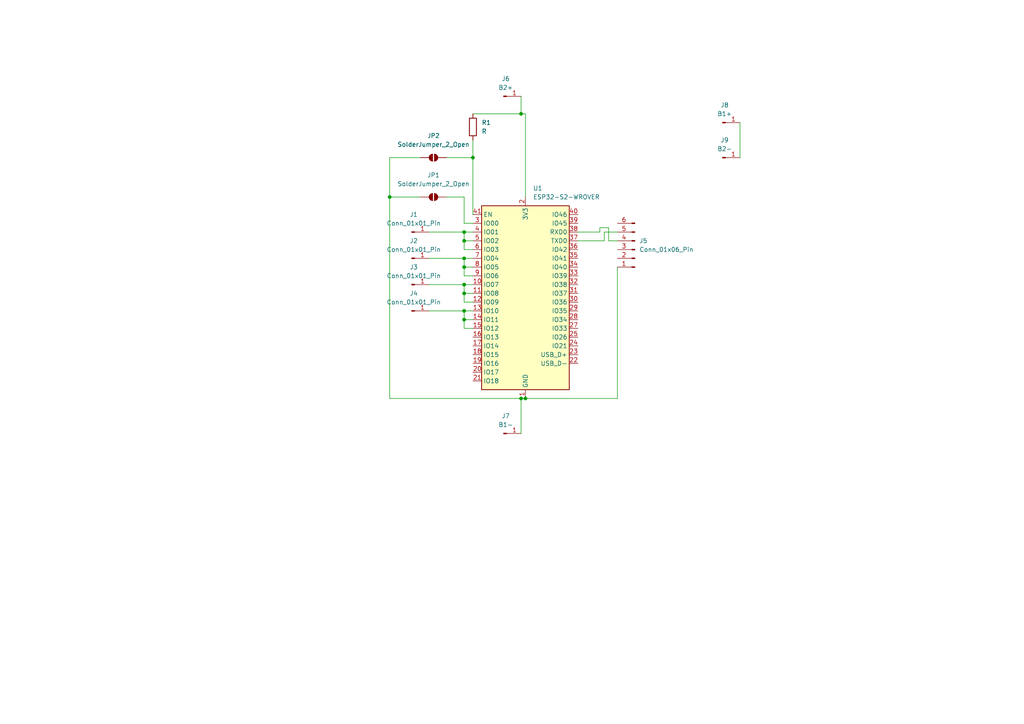
<source format=kicad_sch>
(kicad_sch (version 20231120) (generator "eeschema") (generator_version "8.0")
  (paper "A4")
  (lib_symbols
    (symbol "Connector:Conn_01x01_Pin" (pin_names (offset 1.016) hide)
      (property "Reference" "J" (at 0 2.54 0))
      (property "Value" "Conn_01x01_Pin" (at 0 -2.54 0))
      (symbol "Conn_01x01_Pin_1_1"
        (polyline (pts (xy 1.27 0) (xy 0.8636 0)) (stroke (width 0.1524)))
        (rectangle (start 0.8636 0.127) (end 0 -0.127) (stroke (width 0.1524)) (fill (type outline)))
        (pin passive line (at 5.08 0 180) (length 3.81) (name "Pin_1") (number "1"))
      )
    )
    (symbol "Connector:Conn_01x06_Pin" (pin_names (offset 1.016) hide)
      (property "Reference" "J" (at 0 7.62 0))
      (property "Value" "Conn_01x06_Pin" (at 0 -10.16 0))
      (symbol "Conn_01x06_Pin_1_1"
        (polyline (pts (xy 1.27 -7.62) (xy 0.8636 -7.62)) (stroke (width 0.1524)))
        (polyline (pts (xy 1.27 -5.08) (xy 0.8636 -5.08)) (stroke (width 0.1524)))
        (polyline (pts (xy 1.27 -2.54) (xy 0.8636 -2.54)) (stroke (width 0.1524)))
        (polyline (pts (xy 1.27 0) (xy 0.8636 0)) (stroke (width 0.1524)))
        (polyline (pts (xy 1.27 2.54) (xy 0.8636 2.54)) (stroke (width 0.1524)))
        (polyline (pts (xy 1.27 5.08) (xy 0.8636 5.08)) (stroke (width 0.1524)))
        (rectangle (start 0.8636 -7.493) (end 0 -7.747) (stroke (width 0.1524)) (fill (type outline)))
        (rectangle (start 0.8636 -4.953) (end 0 -5.207) (stroke (width 0.1524)) (fill (type outline)))
        (rectangle (start 0.8636 -2.413) (end 0 -2.667) (stroke (width 0.1524)) (fill (type outline)))
        (rectangle (start 0.8636 0.127) (end 0 -0.127) (stroke (width 0.1524)) (fill (type outline)))
        (rectangle (start 0.8636 2.667) (end 0 2.413) (stroke (width 0.1524)) (fill (type outline)))
        (rectangle (start 0.8636 5.207) (end 0 4.953) (stroke (width 0.1524)) (fill (type outline)))
        (pin passive line (at 5.08 5.08 180) (length 3.81) (name "Pin_1") (number "1"))
        (pin passive line (at 5.08 2.54 180) (length 3.81) (name "Pin_2") (number "2"))
        (pin passive line (at 5.08 0 180) (length 3.81) (name "Pin_3") (number "3"))
        (pin passive line (at 5.08 -2.54 180) (length 3.81) (name "Pin_4") (number "4"))
        (pin passive line (at 5.08 -5.08 180) (length 3.81) (name "Pin_5") (number "5"))
        (pin passive line (at 5.08 -7.62 180) (length 3.81) (name "Pin_6") (number "6"))
      )
    )
    (symbol "Device:R" (pin_numbers hide) (pin_names (offset 0))
      (property "Reference" "R" (at 2.032 0 90))
      (property "Value" "R" (at 0 0 90))
      (symbol "R_0_1"
        (rectangle (start -1.016 -2.54) (end 1.016 2.54) (stroke (width 0.254)))
      )
      (symbol "R_1_1"
        (pin passive line (at 0 3.81 270) (length 1.27) (name "~") (number "1"))
        (pin passive line (at 0 -3.81 90) (length 1.27) (name "~") (number "2"))
      )
    )
    (symbol "Jumper:SolderJumper_2_Open" (pin_numbers hide) (pin_names (offset 0) hide) (exclude_from_sim yes) (in_bom no)
      (property "Reference" "JP" (at 0 2.032 0))
      (property "Value" "SolderJumper_2_Open" (at 0 -2.54 0))
      (symbol "SolderJumper_2_Open_0_1"
        (arc (start -0.254 1.016) (mid -1.2656 0) (end -0.254 -1.016))
        (arc (start -0.254 1.016) (mid -1.2656 0) (end -0.254 -1.016) (fill (type outline)))
        (polyline (pts (xy -0.254 1.016) (xy -0.254 -1.016)))
        (polyline (pts (xy 0.254 1.016) (xy 0.254 -1.016)))
        (arc (start 0.254 -1.016) (mid 1.2656 0) (end 0.254 1.016))
        (arc (start 0.254 -1.016) (mid 1.2656 0) (end 0.254 1.016) (fill (type outline)))
      )
      (symbol "SolderJumper_2_Open_1_1"
        (pin passive line (at -3.81 0 0) (length 2.54) (name "A") (number "1"))
        (pin passive line (at 3.81 0 180) (length 2.54) (name "B") (number "2"))
      )
    )
    (symbol "RF_Module:ESP32-S2-WROVER"
      (property "Reference" "U" (at -12.7 29.21 0))
      (property "Value" "ESP32-S2-WROVER" (at 2.54 29.21 0))
      (symbol "ESP32-S2-WROVER_0_1"
        (rectangle (start -12.7 27.94) (end 12.7 -25.4) (stroke (width 0.254)) (fill (type background)))
      )
      (symbol "ESP32-S2-WROVER_1_1"
        (pin power_in line (at 0 -27.94 90) (length 2.54) (name "GND") (number "1"))
        (pin bidirectional line (at -15.24 5.08 0) (length 2.54) (name "IO07") (number "10"))
        (pin bidirectional line (at -15.24 2.54 0) (length 2.54) (name "IO08") (number "11"))
        (pin bidirectional line (at -15.24 0 0) (length 2.54) (name "IO09") (number "12"))
        (pin bidirectional line (at -15.24 -2.54 0) (length 2.54) (name "IO10") (number "13"))
        (pin bidirectional line (at -15.24 -5.08 0) (length 2.54) (name "IO11") (number "14"))
        (pin bidirectional line (at -15.24 -7.62 0) (length 2.54) (name "IO12") (number "15"))
        (pin bidirectional line (at -15.24 -10.16 0) (length 2.54) (name "IO13") (number "16"))
        (pin bidirectional line (at -15.24 -12.7 0) (length 2.54) (name "IO14") (number "17"))
        (pin bidirectional line (at -15.24 -15.24 0) (length 2.54) (name "IO15") (number "18"))
        (pin bidirectional line (at -15.24 -17.78 0) (length 2.54) (name "IO16") (number "19"))
        (pin power_in line (at 0 30.48 270) (length 2.54) (name "3V3") (number "2"))
        (pin bidirectional line (at -15.24 -20.32 0) (length 2.54) (name "IO17") (number "20"))
        (pin bidirectional line (at -15.24 -22.86 0) (length 2.54) (name "IO18") (number "21"))
        (pin bidirectional line (at 15.24 -17.78 180) (length 2.54) (name "USB_D-") (number "22"))
        (pin bidirectional line (at 15.24 -15.24 180) (length 2.54) (name "USB_D+") (number "23"))
        (pin bidirectional line (at 15.24 -12.7 180) (length 2.54) (name "IO21") (number "24"))
        (pin bidirectional line (at 15.24 -10.16 180) (length 2.54) (name "IO26") (number "25"))
        (pin passive line (at 0 -27.94 90) (length 2.54) hide (name "GND") (number "26"))
        (pin bidirectional line (at 15.24 -7.62 180) (length 2.54) (name "IO33") (number "27"))
        (pin bidirectional line (at 15.24 -5.08 180) (length 2.54) (name "IO34") (number "28"))
        (pin bidirectional line (at 15.24 -2.54 180) (length 2.54) (name "IO35") (number "29"))
        (pin bidirectional line (at -15.24 22.86 0) (length 2.54) (name "IO00") (number "3"))
        (pin bidirectional line (at 15.24 0 180) (length 2.54) (name "IO36") (number "30"))
        (pin bidirectional line (at 15.24 2.54 180) (length 2.54) (name "IO37") (number "31"))
        (pin bidirectional line (at 15.24 5.08 180) (length 2.54) (name "IO38") (number "32"))
        (pin bidirectional line (at 15.24 7.62 180) (length 2.54) (name "IO39") (number "33"))
        (pin bidirectional line (at 15.24 10.16 180) (length 2.54) (name "IO40") (number "34"))
        (pin bidirectional line (at 15.24 12.7 180) (length 2.54) (name "IO41") (number "35"))
        (pin bidirectional line (at 15.24 15.24 180) (length 2.54) (name "IO42") (number "36"))
        (pin bidirectional line (at 15.24 17.78 180) (length 2.54) (name "TXD0") (number "37"))
        (pin bidirectional line (at 15.24 20.32 180) (length 2.54) (name "RXD0") (number "38"))
        (pin bidirectional line (at 15.24 22.86 180) (length 2.54) (name "IO45") (number "39"))
        (pin bidirectional line (at -15.24 20.32 0) (length 2.54) (name "IO01") (number "4"))
        (pin input line (at 15.24 25.4 180) (length 2.54) (name "IO46") (number "40"))
        (pin input line (at -15.24 25.4 0) (length 2.54) (name "EN") (number "41"))
        (pin passive line (at 0 -27.94 90) (length 2.54) hide (name "GND") (number "42"))
        (pin passive line (at 0 -27.94 90) (length 2.54) hide (name "GND") (number "43"))
        (pin bidirectional line (at -15.24 17.78 0) (length 2.54) (name "IO02") (number "5"))
        (pin bidirectional line (at -15.24 15.24 0) (length 2.54) (name "IO03") (number "6"))
        (pin bidirectional line (at -15.24 12.7 0) (length 2.54) (name "IO04") (number "7"))
        (pin bidirectional line (at -15.24 10.16 0) (length 2.54) (name "IO05") (number "8"))
        (pin bidirectional line (at -15.24 7.62 0) (length 2.54) (name "IO06") (number "9"))
      )
    )
  )
  (junction (at 134.62 77.47))
  (junction (at 151.13 115.57))
  (junction (at 134.62 85.09))
  (junction (at 134.62 69.85))
  (junction (at 134.62 92.71))
  (junction (at 134.62 82.55))
  (junction (at 134.62 67.31))
  (junction (at 113.03 57.15))
  (junction (at 134.62 90.17))
  (junction (at 134.62 74.93))
  (junction (at 151.13 33.02))
  (junction (at 137.16 45.72))
  (junction (at 152.4 115.57))
  (wire (pts (xy 134.62 82.55) (xy 137.16 82.55)))
  (wire (pts (xy 179.07 69.85) (xy 176.53 69.85)))
  (wire (pts (xy 152.4 33.02) (xy 152.4 57.15)))
  (wire (pts (xy 175.26 69.85) (xy 167.64 69.85)))
  (wire (pts (xy 134.62 82.55) (xy 134.62 85.09)))
  (wire (pts (xy 134.62 90.17) (xy 137.16 90.17)))
  (wire (pts (xy 134.62 67.31) (xy 134.62 69.85)))
  (wire (pts (xy 173.99 66.04) (xy 173.99 67.31)))
  (wire (pts (xy 151.13 33.02) (xy 152.4 33.02)))
  (wire (pts (xy 121.92 57.15) (xy 113.03 57.15)))
  (wire (pts (xy 134.62 92.71) (xy 137.16 92.71)))
  (wire (pts (xy 134.62 74.93) (xy 134.62 77.47)))
  (wire (pts (xy 134.62 85.09) (xy 137.16 85.09)))
  (wire (pts (xy 121.92 45.72) (xy 113.03 45.72)))
  (wire (pts (xy 151.13 125.73) (xy 151.13 115.57)))
  (wire (pts (xy 134.62 95.25) (xy 137.16 95.25)))
  (wire (pts (xy 134.62 69.85) (xy 137.16 69.85)))
  (wire (pts (xy 134.62 57.15) (xy 129.54 57.15)))
  (wire (pts (xy 134.62 77.47) (xy 137.16 77.47)))
  (wire (pts (xy 134.62 69.85) (xy 134.62 72.39)))
  (wire (pts (xy 179.07 67.31) (xy 175.26 67.31)))
  (wire (pts (xy 137.16 40.64) (xy 137.16 45.72)))
  (wire (pts (xy 124.46 90.17) (xy 134.62 90.17)))
  (wire (pts (xy 137.16 64.77) (xy 134.62 64.77)))
  (wire (pts (xy 179.07 115.57) (xy 152.4 115.57)))
  (wire (pts (xy 134.62 74.93) (xy 137.16 74.93)))
  (wire (pts (xy 134.62 85.09) (xy 134.62 87.63)))
  (wire (pts (xy 175.26 67.31) (xy 175.26 69.85)))
  (wire (pts (xy 134.62 64.77) (xy 134.62 57.15)))
  (wire (pts (xy 151.13 27.94) (xy 151.13 33.02)))
  (wire (pts (xy 124.46 67.31) (xy 134.62 67.31)))
  (wire (pts (xy 137.16 45.72) (xy 137.16 62.23)))
  (wire (pts (xy 113.03 115.57) (xy 151.13 115.57)))
  (wire (pts (xy 176.53 66.04) (xy 173.99 66.04)))
  (wire (pts (xy 124.46 82.55) (xy 134.62 82.55)))
  (wire (pts (xy 179.07 77.47) (xy 179.07 115.57)))
  (wire (pts (xy 214.63 35.56) (xy 214.63 45.72)))
  (wire (pts (xy 113.03 45.72) (xy 113.03 57.15)))
  (wire (pts (xy 129.54 45.72) (xy 137.16 45.72)))
  (wire (pts (xy 134.62 77.47) (xy 134.62 80.01)))
  (wire (pts (xy 173.99 67.31) (xy 167.64 67.31)))
  (wire (pts (xy 134.62 90.17) (xy 134.62 92.71)))
  (wire (pts (xy 134.62 67.31) (xy 137.16 67.31)))
  (wire (pts (xy 134.62 87.63) (xy 137.16 87.63)))
  (wire (pts (xy 124.46 74.93) (xy 134.62 74.93)))
  (wire (pts (xy 134.62 80.01) (xy 137.16 80.01)))
  (wire (pts (xy 151.13 115.57) (xy 152.4 115.57)))
  (wire (pts (xy 113.03 57.15) (xy 113.03 115.57)))
  (wire (pts (xy 137.16 33.02) (xy 151.13 33.02)))
  (wire (pts (xy 134.62 92.71) (xy 134.62 95.25)))
  (wire (pts (xy 176.53 69.85) (xy 176.53 66.04)))
  (wire (pts (xy 134.62 72.39) (xy 137.16 72.39)))
  (symbol (lib_id "Device:R") (at 137.16 36.83 0) (unit 1)
    (property "Reference" "R1" (at 139.7 35.5599 0) (effects (justify left)))
    (property "Value" "R" (at 139.7 38.0999 0) (effects (justify left)))
    (property "Footprint" "Resistor_SMD:R_0603_1608Metric_Pad0.98x0.95mm_HandSolder" (effects (hide yes)))
    (property "Description" "Resistor" (effects (hide yes)))
  )
  (symbol (lib_id "Connector:Conn_01x01_Pin") (at 146.05 27.94 0) (unit 1)
    (property "Reference" "J6" (at 146.685 22.86 0))
    (property "Value" "B2+" (at 146.685 25.4 0))
    (property "Footprint" "Connector_Wire:SolderWire-0.75sqmm_1x01_D1.25mm_OD3.5mm" (effects (hide yes)))
    (property "Description" "Generic connector, single row, 01x01, script generated" (effects (hide yes)))
  )
  (symbol (lib_id "Connector:Conn_01x01_Pin") (at 146.05 125.73 0) (unit 1)
    (property "Reference" "J7" (at 146.685 120.65 0))
    (property "Value" "B1-" (at 146.685 123.19 0))
    (property "Footprint" "Connector_Wire:SolderWire-0.75sqmm_1x01_D1.25mm_OD3.5mm" (effects (hide yes)))
    (property "Description" "Generic connector, single row, 01x01, script generated" (effects (hide yes)))
  )
  (symbol (lib_id "Connector:Conn_01x01_Pin") (at 119.38 82.55 0) (unit 1)
    (property "Reference" "J3" (at 120.015 77.47 0))
    (property "Value" "Conn_01x01_Pin" (at 120.015 80.01 0))
    (property "Footprint" "MountingHole:MountingHole_3.2mm_M3_DIN965_Pad" (effects (hide yes)))
    (property "Description" "Generic connector, single row, 01x01, script generated" (effects (hide yes)))
  )
  (symbol (lib_id "Connector:Conn_01x06_Pin") (at 184.15 72.39 180) (unit 1)
    (property "Reference" "J5" (at 185.42 69.8499 0) (effects (justify right)))
    (property "Value" "Conn_01x06_Pin" (at 185.42 72.3899 0) (effects (justify right)))
    (property "Footprint" "Connector_PinHeader_2.54mm:PinHeader_1x06_P2.54mm_Vertical" (effects (hide yes)))
    (property "Description" "Generic connector, single row, 01x06, script generated" (effects (hide yes)))
  )
  (symbol (lib_id "Connector:Conn_01x01_Pin") (at 209.55 35.56 0) (unit 1)
    (property "Reference" "J8" (at 210.185 30.48 0))
    (property "Value" "B1+" (at 210.185 33.02 0))
    (property "Footprint" "Connector_Wire:SolderWire-0.75sqmm_1x01_D1.25mm_OD3.5mm" (effects (hide yes)))
    (property "Description" "Generic connector, single row, 01x01, script generated" (effects (hide yes)))
  )
  (symbol (lib_id "Jumper:SolderJumper_2_Open") (at 125.73 57.15 0) (unit 1) (exclude_from_sim yes) (in_bom no)
    (property "Reference" "JP1" (at 125.73 50.8 0))
    (property "Value" "SolderJumper_2_Open" (at 125.73 53.34 0))
    (property "Footprint" "Jumper:SolderJumper-2_P1.3mm_Open_TrianglePad1.0x1.5mm" (effects (hide yes)))
    (property "Description" "Solder Jumper, 2-pole, open" (effects (hide yes)))
  )
  (symbol (lib_id "Connector:Conn_01x01_Pin") (at 209.55 45.72 0) (unit 1)
    (property "Reference" "J9" (at 210.185 40.64 0))
    (property "Value" "B2-" (at 210.185 43.18 0))
    (property "Footprint" "Connector_Wire:SolderWire-0.75sqmm_1x01_D1.25mm_OD3.5mm" (effects (hide yes)))
    (property "Description" "Generic connector, single row, 01x01, script generated" (effects (hide yes)))
  )
  (symbol (lib_id "Connector:Conn_01x01_Pin") (at 119.38 74.93 0) (unit 1)
    (property "Reference" "J2" (at 120.015 69.85 0))
    (property "Value" "Conn_01x01_Pin" (at 120.015 72.39 0))
    (property "Footprint" "MountingHole:MountingHole_3.2mm_M3_DIN965_Pad" (effects (hide yes)))
    (property "Description" "Generic connector, single row, 01x01, script generated" (effects (hide yes)))
  )
  (symbol (lib_id "Jumper:SolderJumper_2_Open") (at 125.73 45.72 0) (unit 1) (exclude_from_sim yes) (in_bom no)
    (property "Reference" "JP2" (at 125.73 39.37 0))
    (property "Value" "SolderJumper_2_Open" (at 125.73 41.91 0))
    (property "Footprint" "Jumper:SolderJumper-2_P1.3mm_Open_TrianglePad1.0x1.5mm" (effects (hide yes)))
    (property "Description" "Solder Jumper, 2-pole, open" (effects (hide yes)))
  )
  (symbol (lib_id "RF_Module:ESP32-S2-WROVER") (at 152.4 87.63 0) (unit 1)
    (property "Reference" "U1" (at 154.5941 54.61 0) (effects (justify left)))
    (property "Value" "ESP32-S2-WROVER" (at 154.5941 57.15 0) (effects (justify left)))
    (property "Footprint" "RF_Module:ESP32-S2-WROVER" (effects (hide yes)))
    (property "Datasheet" "https://www.espressif.com/sites/default/files/documentation/esp32-s2-wroom_esp32-s2-wroom-i_datasheet_en.pdf" (effects (hide yes)))
    (property "Description" "RF Module, ESP32-D0WDQ6 SoC, Wi-Fi 802.11b/g/n, 32-bit, 2.7-3.6V, onboard antenna, SMD" (effects (hide yes)))
  )
  (symbol (lib_id "Connector:Conn_01x01_Pin") (at 119.38 67.31 0) (unit 1)
    (property "Reference" "J1" (at 120.015 62.23 0))
    (property "Value" "Conn_01x01_Pin" (at 120.015 64.77 0))
    (property "Footprint" "MountingHole:MountingHole_3.2mm_M3_DIN965_Pad" (effects (hide yes)))
    (property "Description" "Generic connector, single row, 01x01, script generated" (effects (hide yes)))
  )
  (symbol (lib_id "Connector:Conn_01x01_Pin") (at 119.38 90.17 0) (unit 1)
    (property "Reference" "J4" (at 120.015 85.09 0))
    (property "Value" "Conn_01x01_Pin" (at 120.015 87.63 0))
    (property "Footprint" "MountingHole:MountingHole_3.2mm_M3_DIN965_Pad" (effects (hide yes)))
    (property "Description" "Generic connector, single row, 01x01, script generated" (effects (hide yes)))
  )
)
</source>
